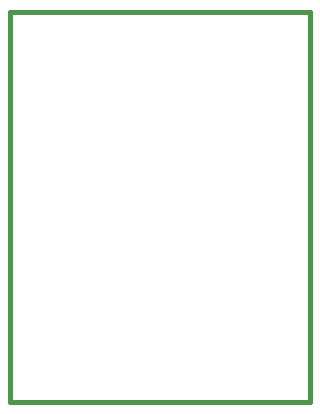
<source format=gbr>
G04 (created by PCBNEW-RS274X (2012-apr-16-27)-stable) date Sun 09 Feb 2014 20:33:20 GMT*
G01*
G70*
G90*
%MOIN*%
G04 Gerber Fmt 3.4, Leading zero omitted, Abs format*
%FSLAX34Y34*%
G04 APERTURE LIST*
%ADD10C,0.006000*%
%ADD11C,0.015000*%
G04 APERTURE END LIST*
G54D10*
G54D11*
X61400Y-43350D02*
X61400Y-46350D01*
X51400Y-43350D02*
X51400Y-46350D01*
X61400Y-46350D02*
X51450Y-46350D01*
X51400Y-43350D02*
X51400Y-33350D01*
X61400Y-33350D02*
X61400Y-43350D01*
X51400Y-33350D02*
X61400Y-33350D01*
M02*

</source>
